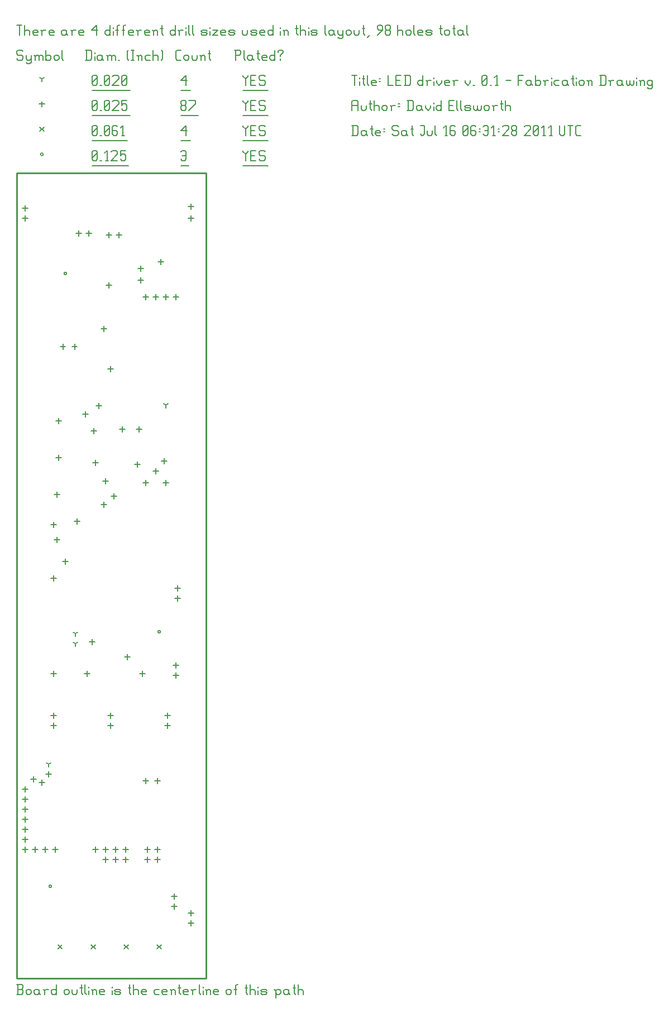
<source format=gbr>
G04 start of page 10 for group -3984 idx -3984 *
G04 Title: LED driver v. 0.1, fab *
G04 Creator: pcb 1.99x *
G04 CreationDate: Sat Jul 16 06:31:28 2011 UTC *
G04 For: davidellsworth *
G04 Format: Gerber/RS-274X *
G04 PCB-Dimensions: 113000 481000 *
G04 PCB-Coordinate-Origin: lower left *
%MOIN*%
%FSLAX24Y24*%
%LNFAB*%
%ADD16C,0.0100*%
%ADD47C,0.0080*%
%ADD48C,0.0060*%
G54D47*X1920Y5500D02*G75*G03X2080Y5500I80J0D01*G01*
G75*G03X1920Y5500I-80J0D01*G01*
X2820Y42100D02*G75*G03X2980Y42100I80J0D01*G01*
G75*G03X2820Y42100I-80J0D01*G01*
X8420Y20700D02*G75*G03X8580Y20700I80J0D01*G01*
G75*G03X8420Y20700I-80J0D01*G01*
X1420Y49225D02*G75*G03X1580Y49225I80J0D01*G01*
G75*G03X1420Y49225I-80J0D01*G01*
G54D48*X13500Y49450D02*Y49375D01*
X13650Y49225D01*
X13800Y49375D01*
Y49450D02*Y49375D01*
X13650Y49225D02*Y48850D01*
X13980Y49150D02*X14205D01*
X13980Y48850D02*X14280D01*
X13980Y49450D02*Y48850D01*
Y49450D02*X14280D01*
X14760D02*X14835Y49375D01*
X14535Y49450D02*X14760D01*
X14460Y49375D02*X14535Y49450D01*
X14460Y49375D02*Y49225D01*
X14535Y49150D01*
X14760D01*
X14835Y49075D01*
Y48925D01*
X14760Y48850D02*X14835Y48925D01*
X14535Y48850D02*X14760D01*
X14460Y48925D02*X14535Y48850D01*
X13500Y48524D02*X15015D01*
X9800Y49375D02*X9875Y49450D01*
X10025D01*
X10100Y49375D01*
Y48925D01*
X10025Y48850D02*X10100Y48925D01*
X9875Y48850D02*X10025D01*
X9800Y48925D02*X9875Y48850D01*
Y49150D02*X10100D01*
X9800Y48524D02*X10280D01*
X4500Y48925D02*X4575Y48850D01*
X4500Y49375D02*Y48925D01*
Y49375D02*X4575Y49450D01*
X4725D01*
X4800Y49375D01*
Y48925D01*
X4725Y48850D02*X4800Y48925D01*
X4575Y48850D02*X4725D01*
X4500Y49000D02*X4800Y49300D01*
X4980Y48850D02*X5055D01*
X5310D02*X5460D01*
X5385Y49450D02*Y48850D01*
X5235Y49300D02*X5385Y49450D01*
X5640Y49375D02*X5715Y49450D01*
X5940D01*
X6015Y49375D01*
Y49225D01*
X5640Y48850D02*X6015Y49225D01*
X5640Y48850D02*X6015D01*
X6195Y49450D02*X6495D01*
X6195D02*Y49150D01*
X6270Y49225D01*
X6420D01*
X6495Y49150D01*
Y48925D01*
X6420Y48850D02*X6495Y48925D01*
X6270Y48850D02*X6420D01*
X6195Y48925D02*X6270Y48850D01*
X4500Y48524D02*X6675D01*
X8380Y2020D02*X8620Y1780D01*
X8380D02*X8620Y2020D01*
X6411D02*X6651Y1780D01*
X6411D02*X6651Y2020D01*
X4443D02*X4683Y1780D01*
X4443D02*X4683Y2020D01*
X2474D02*X2714Y1780D01*
X2474D02*X2714Y2020D01*
X1380Y50845D02*X1620Y50605D01*
X1380D02*X1620Y50845D01*
X13500Y50950D02*Y50875D01*
X13650Y50725D01*
X13800Y50875D01*
Y50950D02*Y50875D01*
X13650Y50725D02*Y50350D01*
X13980Y50650D02*X14205D01*
X13980Y50350D02*X14280D01*
X13980Y50950D02*Y50350D01*
Y50950D02*X14280D01*
X14760D02*X14835Y50875D01*
X14535Y50950D02*X14760D01*
X14460Y50875D02*X14535Y50950D01*
X14460Y50875D02*Y50725D01*
X14535Y50650D01*
X14760D01*
X14835Y50575D01*
Y50425D01*
X14760Y50350D02*X14835Y50425D01*
X14535Y50350D02*X14760D01*
X14460Y50425D02*X14535Y50350D01*
X13500Y50024D02*X15015D01*
X9800Y50650D02*X10100Y50950D01*
X9800Y50650D02*X10175D01*
X10100Y50950D02*Y50350D01*
X9800Y50024D02*X10355D01*
X4500Y50425D02*X4575Y50350D01*
X4500Y50875D02*Y50425D01*
Y50875D02*X4575Y50950D01*
X4725D01*
X4800Y50875D01*
Y50425D01*
X4725Y50350D02*X4800Y50425D01*
X4575Y50350D02*X4725D01*
X4500Y50500D02*X4800Y50800D01*
X4980Y50350D02*X5055D01*
X5235Y50425D02*X5310Y50350D01*
X5235Y50875D02*Y50425D01*
Y50875D02*X5310Y50950D01*
X5460D01*
X5535Y50875D01*
Y50425D01*
X5460Y50350D02*X5535Y50425D01*
X5310Y50350D02*X5460D01*
X5235Y50500D02*X5535Y50800D01*
X5940Y50950D02*X6015Y50875D01*
X5790Y50950D02*X5940D01*
X5715Y50875D02*X5790Y50950D01*
X5715Y50875D02*Y50425D01*
X5790Y50350D01*
X5940Y50650D02*X6015Y50575D01*
X5715Y50650D02*X5940D01*
X5790Y50350D02*X5940D01*
X6015Y50425D01*
Y50575D02*Y50425D01*
X6270Y50350D02*X6420D01*
X6345Y50950D02*Y50350D01*
X6195Y50800D02*X6345Y50950D01*
X4500Y50024D02*X6600D01*
X6600Y19360D02*Y19040D01*
X6440Y19200D02*X6760D01*
X9400Y5060D02*Y4740D01*
X9240Y4900D02*X9560D01*
X9000Y15260D02*Y14940D01*
X8840Y15100D02*X9160D01*
X9600Y22860D02*Y22540D01*
X9440Y22700D02*X9760D01*
X9600Y23460D02*Y23140D01*
X9440Y23300D02*X9760D01*
X1500Y11860D02*Y11540D01*
X1340Y11700D02*X1660D01*
X1900Y12360D02*Y12040D01*
X1740Y12200D02*X2060D01*
X500Y11460D02*Y11140D01*
X340Y11300D02*X660D01*
X500Y10860D02*Y10540D01*
X340Y10700D02*X660D01*
X10400Y45560D02*Y45240D01*
X10240Y45400D02*X10560D01*
X10400Y46260D02*Y45940D01*
X10240Y46100D02*X10560D01*
X5500Y44560D02*Y44240D01*
X5340Y44400D02*X5660D01*
X5600Y15860D02*Y15540D01*
X5440Y15700D02*X5760D01*
X5600Y15260D02*Y14940D01*
X5440Y15100D02*X5760D01*
X9400Y4460D02*Y4140D01*
X9240Y4300D02*X9560D01*
X4200Y18360D02*Y18040D01*
X4040Y18200D02*X4360D01*
X2200Y15860D02*Y15540D01*
X2040Y15700D02*X2360D01*
X2200Y15260D02*Y14940D01*
X2040Y15100D02*X2360D01*
X7500Y18360D02*Y18040D01*
X7340Y18200D02*X7660D01*
X2200Y18360D02*Y18040D01*
X2040Y18200D02*X2360D01*
X9000Y15860D02*Y15540D01*
X8840Y15700D02*X9160D01*
X4500Y20260D02*Y19940D01*
X4340Y20100D02*X4660D01*
X2200Y24060D02*Y23740D01*
X2040Y23900D02*X2360D01*
X2400Y29060D02*Y28740D01*
X2240Y28900D02*X2560D01*
X8300Y30460D02*Y30140D01*
X8140Y30300D02*X8460D01*
X2200Y27260D02*Y26940D01*
X2040Y27100D02*X2360D01*
X2400Y26360D02*Y26040D01*
X2240Y26200D02*X2560D01*
X2900Y25060D02*Y24740D01*
X2740Y24900D02*X3060D01*
X7200Y30860D02*Y30540D01*
X7040Y30700D02*X7360D01*
X3600Y27460D02*Y27140D01*
X3440Y27300D02*X3760D01*
X7700Y29760D02*Y29440D01*
X7540Y29600D02*X7860D01*
X8900Y29760D02*Y29440D01*
X8740Y29600D02*X9060D01*
X4700Y30960D02*Y30640D01*
X4540Y30800D02*X4860D01*
X5800Y28960D02*Y28640D01*
X5640Y28800D02*X5960D01*
X5300Y29860D02*Y29540D01*
X5140Y29700D02*X5460D01*
X5200Y28460D02*Y28140D01*
X5040Y28300D02*X5360D01*
X2500Y31260D02*Y30940D01*
X2340Y31100D02*X2660D01*
X2500Y33460D02*Y33140D01*
X2340Y33300D02*X2660D01*
X4600Y32860D02*Y32540D01*
X4440Y32700D02*X4760D01*
X4300Y44660D02*Y44340D01*
X4140Y44500D02*X4460D01*
X500Y45560D02*Y45240D01*
X340Y45400D02*X660D01*
X8600Y42960D02*Y42640D01*
X8440Y42800D02*X8760D01*
X6100Y44560D02*Y44240D01*
X5940Y44400D02*X6260D01*
X4900Y34360D02*Y34040D01*
X4740Y34200D02*X5060D01*
X500Y46160D02*Y45840D01*
X340Y46000D02*X660D01*
X3700Y44660D02*Y44340D01*
X3540Y44500D02*X3860D01*
X8900Y40860D02*Y40540D01*
X8740Y40700D02*X9060D01*
X6300Y32960D02*Y32640D01*
X6140Y32800D02*X6460D01*
X7300Y32960D02*Y32640D01*
X7140Y32800D02*X7460D01*
X8800Y31060D02*Y30740D01*
X8640Y30900D02*X8960D01*
X4100Y33860D02*Y33540D01*
X3940Y33700D02*X4260D01*
X9500Y18860D02*Y18540D01*
X9340Y18700D02*X9660D01*
X2750Y37910D02*Y37590D01*
X2590Y37750D02*X2910D01*
X8300Y40860D02*Y40540D01*
X8140Y40700D02*X8460D01*
X7400Y42560D02*Y42240D01*
X7240Y42400D02*X7560D01*
X7400Y41860D02*Y41540D01*
X7240Y41700D02*X7560D01*
X5200Y38960D02*Y38640D01*
X5040Y38800D02*X5360D01*
X5600Y36560D02*Y36240D01*
X5440Y36400D02*X5760D01*
X5500Y41560D02*Y41240D01*
X5340Y41400D02*X5660D01*
X3450Y37910D02*Y37590D01*
X3290Y37750D02*X3610D01*
X500Y10260D02*Y9940D01*
X340Y10100D02*X660D01*
X500Y9660D02*Y9340D01*
X340Y9500D02*X660D01*
X500Y9060D02*Y8740D01*
X340Y8900D02*X660D01*
X500Y8460D02*Y8140D01*
X340Y8300D02*X660D01*
X2300Y7860D02*Y7540D01*
X2140Y7700D02*X2460D01*
X1700Y7860D02*Y7540D01*
X1540Y7700D02*X1860D01*
X1100Y7860D02*Y7540D01*
X940Y7700D02*X1260D01*
X500Y7860D02*Y7540D01*
X340Y7700D02*X660D01*
X4700Y7860D02*Y7540D01*
X4540Y7700D02*X4860D01*
X5300Y7860D02*Y7540D01*
X5140Y7700D02*X5460D01*
X5900Y7860D02*Y7540D01*
X5740Y7700D02*X6060D01*
X6500Y7860D02*Y7540D01*
X6340Y7700D02*X6660D01*
X5300Y7260D02*Y6940D01*
X5140Y7100D02*X5460D01*
X5900Y7260D02*Y6940D01*
X5740Y7100D02*X6060D01*
X6500Y7260D02*Y6940D01*
X6340Y7100D02*X6660D01*
X7800Y7860D02*Y7540D01*
X7640Y7700D02*X7960D01*
X8400Y7860D02*Y7540D01*
X8240Y7700D02*X8560D01*
X7800Y7260D02*Y6940D01*
X7640Y7100D02*X7960D01*
X8400Y7260D02*Y6940D01*
X8240Y7100D02*X8560D01*
X7700Y11960D02*Y11640D01*
X7540Y11800D02*X7860D01*
X8400Y11960D02*Y11640D01*
X8240Y11800D02*X8560D01*
X7700Y40860D02*Y40540D01*
X7540Y40700D02*X7860D01*
X9500Y40860D02*Y40540D01*
X9340Y40700D02*X9660D01*
X10400Y4060D02*Y3740D01*
X10240Y3900D02*X10560D01*
X10400Y3460D02*Y3140D01*
X10240Y3300D02*X10560D01*
X1000Y12060D02*Y11740D01*
X840Y11900D02*X1160D01*
X9500Y18260D02*Y17940D01*
X9340Y18100D02*X9660D01*
X1500Y52385D02*Y52065D01*
X1340Y52225D02*X1660D01*
X13500Y52450D02*Y52375D01*
X13650Y52225D01*
X13800Y52375D01*
Y52450D02*Y52375D01*
X13650Y52225D02*Y51850D01*
X13980Y52150D02*X14205D01*
X13980Y51850D02*X14280D01*
X13980Y52450D02*Y51850D01*
Y52450D02*X14280D01*
X14760D02*X14835Y52375D01*
X14535Y52450D02*X14760D01*
X14460Y52375D02*X14535Y52450D01*
X14460Y52375D02*Y52225D01*
X14535Y52150D01*
X14760D01*
X14835Y52075D01*
Y51925D01*
X14760Y51850D02*X14835Y51925D01*
X14535Y51850D02*X14760D01*
X14460Y51925D02*X14535Y51850D01*
X13500Y51524D02*X15015D01*
X9800Y51925D02*X9875Y51850D01*
X9800Y52075D02*Y51925D01*
Y52075D02*X9875Y52150D01*
X10025D01*
X10100Y52075D01*
Y51925D01*
X10025Y51850D02*X10100Y51925D01*
X9875Y51850D02*X10025D01*
X9800Y52225D02*X9875Y52150D01*
X9800Y52375D02*Y52225D01*
Y52375D02*X9875Y52450D01*
X10025D01*
X10100Y52375D01*
Y52225D01*
X10025Y52150D02*X10100Y52225D01*
X10280Y51850D02*X10655Y52225D01*
Y52450D02*Y52225D01*
X10280Y52450D02*X10655D01*
X9800Y51524D02*X10835D01*
X4500Y51925D02*X4575Y51850D01*
X4500Y52375D02*Y51925D01*
Y52375D02*X4575Y52450D01*
X4725D01*
X4800Y52375D01*
Y51925D01*
X4725Y51850D02*X4800Y51925D01*
X4575Y51850D02*X4725D01*
X4500Y52000D02*X4800Y52300D01*
X4980Y51850D02*X5055D01*
X5235Y51925D02*X5310Y51850D01*
X5235Y52375D02*Y51925D01*
Y52375D02*X5310Y52450D01*
X5460D01*
X5535Y52375D01*
Y51925D01*
X5460Y51850D02*X5535Y51925D01*
X5310Y51850D02*X5460D01*
X5235Y52000D02*X5535Y52300D01*
X5715Y52375D02*X5790Y52450D01*
X6015D01*
X6090Y52375D01*
Y52225D01*
X5715Y51850D02*X6090Y52225D01*
X5715Y51850D02*X6090D01*
X6270Y52450D02*X6570D01*
X6270D02*Y52150D01*
X6345Y52225D01*
X6495D01*
X6570Y52150D01*
Y51925D01*
X6495Y51850D02*X6570Y51925D01*
X6345Y51850D02*X6495D01*
X6270Y51925D02*X6345Y51850D01*
X4500Y51524D02*X6750D01*
X1900Y12800D02*Y12640D01*
Y12800D02*X2038Y12880D01*
X1900Y12800D02*X1761Y12880D01*
X8900Y34250D02*Y34090D01*
Y34250D02*X9038Y34330D01*
X8900Y34250D02*X8761Y34330D01*
X3500Y20600D02*Y20440D01*
Y20600D02*X3638Y20680D01*
X3500Y20600D02*X3361Y20680D01*
X3500Y20000D02*Y19840D01*
Y20000D02*X3638Y20080D01*
X3500Y20000D02*X3361Y20080D01*
X1500Y53725D02*Y53565D01*
Y53725D02*X1638Y53805D01*
X1500Y53725D02*X1361Y53805D01*
X13500Y53950D02*Y53875D01*
X13650Y53725D01*
X13800Y53875D01*
Y53950D02*Y53875D01*
X13650Y53725D02*Y53350D01*
X13980Y53650D02*X14205D01*
X13980Y53350D02*X14280D01*
X13980Y53950D02*Y53350D01*
Y53950D02*X14280D01*
X14760D02*X14835Y53875D01*
X14535Y53950D02*X14760D01*
X14460Y53875D02*X14535Y53950D01*
X14460Y53875D02*Y53725D01*
X14535Y53650D01*
X14760D01*
X14835Y53575D01*
Y53425D01*
X14760Y53350D02*X14835Y53425D01*
X14535Y53350D02*X14760D01*
X14460Y53425D02*X14535Y53350D01*
X13500Y53024D02*X15015D01*
X9800Y53650D02*X10100Y53950D01*
X9800Y53650D02*X10175D01*
X10100Y53950D02*Y53350D01*
X9800Y53024D02*X10355D01*
X4500Y53425D02*X4575Y53350D01*
X4500Y53875D02*Y53425D01*
Y53875D02*X4575Y53950D01*
X4725D01*
X4800Y53875D01*
Y53425D01*
X4725Y53350D02*X4800Y53425D01*
X4575Y53350D02*X4725D01*
X4500Y53500D02*X4800Y53800D01*
X4980Y53350D02*X5055D01*
X5235Y53425D02*X5310Y53350D01*
X5235Y53875D02*Y53425D01*
Y53875D02*X5310Y53950D01*
X5460D01*
X5535Y53875D01*
Y53425D01*
X5460Y53350D02*X5535Y53425D01*
X5310Y53350D02*X5460D01*
X5235Y53500D02*X5535Y53800D01*
X5715Y53875D02*X5790Y53950D01*
X6015D01*
X6090Y53875D01*
Y53725D01*
X5715Y53350D02*X6090Y53725D01*
X5715Y53350D02*X6090D01*
X6270Y53425D02*X6345Y53350D01*
X6270Y53875D02*Y53425D01*
Y53875D02*X6345Y53950D01*
X6495D01*
X6570Y53875D01*
Y53425D01*
X6495Y53350D02*X6570Y53425D01*
X6345Y53350D02*X6495D01*
X6270Y53500D02*X6570Y53800D01*
X4500Y53024D02*X6750D01*
X300Y55450D02*X375Y55375D01*
X75Y55450D02*X300D01*
X0Y55375D02*X75Y55450D01*
X0Y55375D02*Y55225D01*
X75Y55150D01*
X300D01*
X375Y55075D01*
Y54925D01*
X300Y54850D02*X375Y54925D01*
X75Y54850D02*X300D01*
X0Y54925D02*X75Y54850D01*
X555Y55150D02*Y54925D01*
X630Y54850D01*
X855Y55150D02*Y54700D01*
X780Y54625D02*X855Y54700D01*
X630Y54625D02*X780D01*
X555Y54700D02*X630Y54625D01*
Y54850D02*X780D01*
X855Y54925D01*
X1110Y55075D02*Y54850D01*
Y55075D02*X1185Y55150D01*
X1260D01*
X1335Y55075D01*
Y54850D01*
Y55075D02*X1410Y55150D01*
X1485D01*
X1560Y55075D01*
Y54850D01*
X1035Y55150D02*X1110Y55075D01*
X1740Y55450D02*Y54850D01*
Y54925D02*X1815Y54850D01*
X1965D01*
X2040Y54925D01*
Y55075D02*Y54925D01*
X1965Y55150D02*X2040Y55075D01*
X1815Y55150D02*X1965D01*
X1740Y55075D02*X1815Y55150D01*
X2220Y55075D02*Y54925D01*
Y55075D02*X2295Y55150D01*
X2445D01*
X2520Y55075D01*
Y54925D01*
X2445Y54850D02*X2520Y54925D01*
X2295Y54850D02*X2445D01*
X2220Y54925D02*X2295Y54850D01*
X2700Y55450D02*Y54925D01*
X2775Y54850D01*
X4175Y55450D02*Y54850D01*
X4400Y55450D02*X4475Y55375D01*
Y54925D01*
X4400Y54850D02*X4475Y54925D01*
X4100Y54850D02*X4400D01*
X4100Y55450D02*X4400D01*
X4655Y55300D02*Y55225D01*
Y55075D02*Y54850D01*
X5030Y55150D02*X5105Y55075D01*
X4880Y55150D02*X5030D01*
X4805Y55075D02*X4880Y55150D01*
X4805Y55075D02*Y54925D01*
X4880Y54850D01*
X5105Y55150D02*Y54925D01*
X5180Y54850D01*
X4880D02*X5030D01*
X5105Y54925D01*
X5435Y55075D02*Y54850D01*
Y55075D02*X5510Y55150D01*
X5585D01*
X5660Y55075D01*
Y54850D01*
Y55075D02*X5735Y55150D01*
X5810D01*
X5885Y55075D01*
Y54850D01*
X5360Y55150D02*X5435Y55075D01*
X6065Y54850D02*X6140D01*
X6590Y54925D02*X6665Y54850D01*
X6590Y55375D02*X6665Y55450D01*
X6590Y55375D02*Y54925D01*
X6845Y55450D02*X6995D01*
X6920D02*Y54850D01*
X6845D02*X6995D01*
X7251Y55075D02*Y54850D01*
Y55075D02*X7326Y55150D01*
X7401D01*
X7476Y55075D01*
Y54850D01*
X7176Y55150D02*X7251Y55075D01*
X7731Y55150D02*X7956D01*
X7656Y55075D02*X7731Y55150D01*
X7656Y55075D02*Y54925D01*
X7731Y54850D01*
X7956D01*
X8136Y55450D02*Y54850D01*
Y55075D02*X8211Y55150D01*
X8361D01*
X8436Y55075D01*
Y54850D01*
X8616Y55450D02*X8691Y55375D01*
Y54925D01*
X8616Y54850D02*X8691Y54925D01*
X9575Y54850D02*X9800D01*
X9500Y54925D02*X9575Y54850D01*
X9500Y55375D02*Y54925D01*
Y55375D02*X9575Y55450D01*
X9800D01*
X9980Y55075D02*Y54925D01*
Y55075D02*X10055Y55150D01*
X10205D01*
X10280Y55075D01*
Y54925D01*
X10205Y54850D02*X10280Y54925D01*
X10055Y54850D02*X10205D01*
X9980Y54925D02*X10055Y54850D01*
X10460Y55150D02*Y54925D01*
X10535Y54850D01*
X10685D01*
X10760Y54925D01*
Y55150D02*Y54925D01*
X11015Y55075D02*Y54850D01*
Y55075D02*X11090Y55150D01*
X11165D01*
X11240Y55075D01*
Y54850D01*
X10940Y55150D02*X11015Y55075D01*
X11495Y55450D02*Y54925D01*
X11570Y54850D01*
X11420Y55225D02*X11570D01*
X13075Y55450D02*Y54850D01*
X13000Y55450D02*X13300D01*
X13375Y55375D01*
Y55225D01*
X13300Y55150D02*X13375Y55225D01*
X13075Y55150D02*X13300D01*
X13555Y55450D02*Y54925D01*
X13630Y54850D01*
X14005Y55150D02*X14080Y55075D01*
X13855Y55150D02*X14005D01*
X13780Y55075D02*X13855Y55150D01*
X13780Y55075D02*Y54925D01*
X13855Y54850D01*
X14080Y55150D02*Y54925D01*
X14155Y54850D01*
X13855D02*X14005D01*
X14080Y54925D01*
X14410Y55450D02*Y54925D01*
X14485Y54850D01*
X14335Y55225D02*X14485D01*
X14710Y54850D02*X14935D01*
X14635Y54925D02*X14710Y54850D01*
X14635Y55075D02*Y54925D01*
Y55075D02*X14710Y55150D01*
X14860D01*
X14935Y55075D01*
X14635Y55000D02*X14935D01*
Y55075D02*Y55000D01*
X15415Y55450D02*Y54850D01*
X15340D02*X15415Y54925D01*
X15190Y54850D02*X15340D01*
X15115Y54925D02*X15190Y54850D01*
X15115Y55075D02*Y54925D01*
Y55075D02*X15190Y55150D01*
X15340D01*
X15415Y55075D01*
X15745Y55150D02*Y55075D01*
Y54925D02*Y54850D01*
X15595Y55375D02*Y55300D01*
Y55375D02*X15670Y55450D01*
X15820D01*
X15895Y55375D01*
Y55300D01*
X15745Y55150D02*X15895Y55300D01*
X0Y56950D02*X300D01*
X150D02*Y56350D01*
X480Y56950D02*Y56350D01*
Y56575D02*X555Y56650D01*
X705D01*
X780Y56575D01*
Y56350D01*
X1035D02*X1260D01*
X960Y56425D02*X1035Y56350D01*
X960Y56575D02*Y56425D01*
Y56575D02*X1035Y56650D01*
X1185D01*
X1260Y56575D01*
X960Y56500D02*X1260D01*
Y56575D02*Y56500D01*
X1515Y56575D02*Y56350D01*
Y56575D02*X1590Y56650D01*
X1740D01*
X1440D02*X1515Y56575D01*
X1995Y56350D02*X2220D01*
X1920Y56425D02*X1995Y56350D01*
X1920Y56575D02*Y56425D01*
Y56575D02*X1995Y56650D01*
X2145D01*
X2220Y56575D01*
X1920Y56500D02*X2220D01*
Y56575D02*Y56500D01*
X2895Y56650D02*X2970Y56575D01*
X2745Y56650D02*X2895D01*
X2670Y56575D02*X2745Y56650D01*
X2670Y56575D02*Y56425D01*
X2745Y56350D01*
X2970Y56650D02*Y56425D01*
X3045Y56350D01*
X2745D02*X2895D01*
X2970Y56425D01*
X3300Y56575D02*Y56350D01*
Y56575D02*X3375Y56650D01*
X3525D01*
X3225D02*X3300Y56575D01*
X3781Y56350D02*X4006D01*
X3706Y56425D02*X3781Y56350D01*
X3706Y56575D02*Y56425D01*
Y56575D02*X3781Y56650D01*
X3931D01*
X4006Y56575D01*
X3706Y56500D02*X4006D01*
Y56575D02*Y56500D01*
X4456Y56650D02*X4756Y56950D01*
X4456Y56650D02*X4831D01*
X4756Y56950D02*Y56350D01*
X5581Y56950D02*Y56350D01*
X5506D02*X5581Y56425D01*
X5356Y56350D02*X5506D01*
X5281Y56425D02*X5356Y56350D01*
X5281Y56575D02*Y56425D01*
Y56575D02*X5356Y56650D01*
X5506D01*
X5581Y56575D01*
X5761Y56800D02*Y56725D01*
Y56575D02*Y56350D01*
X5986Y56875D02*Y56350D01*
Y56875D02*X6061Y56950D01*
X6136D01*
X5911Y56650D02*X6061D01*
X6361Y56875D02*Y56350D01*
Y56875D02*X6436Y56950D01*
X6511D01*
X6286Y56650D02*X6436D01*
X6736Y56350D02*X6961D01*
X6661Y56425D02*X6736Y56350D01*
X6661Y56575D02*Y56425D01*
Y56575D02*X6736Y56650D01*
X6886D01*
X6961Y56575D01*
X6661Y56500D02*X6961D01*
Y56575D02*Y56500D01*
X7217Y56575D02*Y56350D01*
Y56575D02*X7292Y56650D01*
X7442D01*
X7142D02*X7217Y56575D01*
X7697Y56350D02*X7922D01*
X7622Y56425D02*X7697Y56350D01*
X7622Y56575D02*Y56425D01*
Y56575D02*X7697Y56650D01*
X7847D01*
X7922Y56575D01*
X7622Y56500D02*X7922D01*
Y56575D02*Y56500D01*
X8177Y56575D02*Y56350D01*
Y56575D02*X8252Y56650D01*
X8327D01*
X8402Y56575D01*
Y56350D01*
X8102Y56650D02*X8177Y56575D01*
X8657Y56950D02*Y56425D01*
X8732Y56350D01*
X8582Y56725D02*X8732D01*
X9452Y56950D02*Y56350D01*
X9377D02*X9452Y56425D01*
X9227Y56350D02*X9377D01*
X9152Y56425D02*X9227Y56350D01*
X9152Y56575D02*Y56425D01*
Y56575D02*X9227Y56650D01*
X9377D01*
X9452Y56575D01*
X9707D02*Y56350D01*
Y56575D02*X9782Y56650D01*
X9932D01*
X9632D02*X9707Y56575D01*
X10113Y56800D02*Y56725D01*
Y56575D02*Y56350D01*
X10263Y56950D02*Y56425D01*
X10338Y56350D01*
X10488Y56950D02*Y56425D01*
X10563Y56350D01*
X11058D02*X11283D01*
X11358Y56425D01*
X11283Y56500D02*X11358Y56425D01*
X11058Y56500D02*X11283D01*
X10983Y56575D02*X11058Y56500D01*
X10983Y56575D02*X11058Y56650D01*
X11283D01*
X11358Y56575D01*
X10983Y56425D02*X11058Y56350D01*
X11538Y56800D02*Y56725D01*
Y56575D02*Y56350D01*
X11688Y56650D02*X11988D01*
X11688Y56350D02*X11988Y56650D01*
X11688Y56350D02*X11988D01*
X12243D02*X12468D01*
X12168Y56425D02*X12243Y56350D01*
X12168Y56575D02*Y56425D01*
Y56575D02*X12243Y56650D01*
X12393D01*
X12468Y56575D01*
X12168Y56500D02*X12468D01*
Y56575D02*Y56500D01*
X12724Y56350D02*X12949D01*
X13024Y56425D01*
X12949Y56500D02*X13024Y56425D01*
X12724Y56500D02*X12949D01*
X12649Y56575D02*X12724Y56500D01*
X12649Y56575D02*X12724Y56650D01*
X12949D01*
X13024Y56575D01*
X12649Y56425D02*X12724Y56350D01*
X13474Y56650D02*Y56425D01*
X13549Y56350D01*
X13699D01*
X13774Y56425D01*
Y56650D02*Y56425D01*
X14029Y56350D02*X14254D01*
X14329Y56425D01*
X14254Y56500D02*X14329Y56425D01*
X14029Y56500D02*X14254D01*
X13954Y56575D02*X14029Y56500D01*
X13954Y56575D02*X14029Y56650D01*
X14254D01*
X14329Y56575D01*
X13954Y56425D02*X14029Y56350D01*
X14584D02*X14809D01*
X14509Y56425D02*X14584Y56350D01*
X14509Y56575D02*Y56425D01*
Y56575D02*X14584Y56650D01*
X14734D01*
X14809Y56575D01*
X14509Y56500D02*X14809D01*
Y56575D02*Y56500D01*
X15289Y56950D02*Y56350D01*
X15214D02*X15289Y56425D01*
X15064Y56350D02*X15214D01*
X14989Y56425D02*X15064Y56350D01*
X14989Y56575D02*Y56425D01*
Y56575D02*X15064Y56650D01*
X15214D01*
X15289Y56575D01*
X15739Y56800D02*Y56725D01*
Y56575D02*Y56350D01*
X15964Y56575D02*Y56350D01*
Y56575D02*X16039Y56650D01*
X16114D01*
X16189Y56575D01*
Y56350D01*
X15889Y56650D02*X15964Y56575D01*
X16715Y56950D02*Y56425D01*
X16790Y56350D01*
X16640Y56725D02*X16790D01*
X16940Y56950D02*Y56350D01*
Y56575D02*X17015Y56650D01*
X17165D01*
X17240Y56575D01*
Y56350D01*
X17420Y56800D02*Y56725D01*
Y56575D02*Y56350D01*
X17645D02*X17870D01*
X17945Y56425D01*
X17870Y56500D02*X17945Y56425D01*
X17645Y56500D02*X17870D01*
X17570Y56575D02*X17645Y56500D01*
X17570Y56575D02*X17645Y56650D01*
X17870D01*
X17945Y56575D01*
X17570Y56425D02*X17645Y56350D01*
X18395Y56950D02*Y56425D01*
X18470Y56350D01*
X18845Y56650D02*X18920Y56575D01*
X18695Y56650D02*X18845D01*
X18620Y56575D02*X18695Y56650D01*
X18620Y56575D02*Y56425D01*
X18695Y56350D01*
X18920Y56650D02*Y56425D01*
X18995Y56350D01*
X18695D02*X18845D01*
X18920Y56425D01*
X19176Y56650D02*Y56425D01*
X19251Y56350D01*
X19476Y56650D02*Y56200D01*
X19401Y56125D02*X19476Y56200D01*
X19251Y56125D02*X19401D01*
X19176Y56200D02*X19251Y56125D01*
Y56350D02*X19401D01*
X19476Y56425D01*
X19656Y56575D02*Y56425D01*
Y56575D02*X19731Y56650D01*
X19881D01*
X19956Y56575D01*
Y56425D01*
X19881Y56350D02*X19956Y56425D01*
X19731Y56350D02*X19881D01*
X19656Y56425D02*X19731Y56350D01*
X20136Y56650D02*Y56425D01*
X20211Y56350D01*
X20361D01*
X20436Y56425D01*
Y56650D02*Y56425D01*
X20691Y56950D02*Y56425D01*
X20766Y56350D01*
X20616Y56725D02*X20766D01*
X20916Y56200D02*X21066Y56350D01*
X21516D02*X21816Y56650D01*
Y56875D02*Y56650D01*
X21741Y56950D02*X21816Y56875D01*
X21591Y56950D02*X21741D01*
X21516Y56875D02*X21591Y56950D01*
X21516Y56875D02*Y56725D01*
X21591Y56650D01*
X21816D01*
X21996Y56425D02*X22071Y56350D01*
X21996Y56575D02*Y56425D01*
Y56575D02*X22071Y56650D01*
X22221D01*
X22296Y56575D01*
Y56425D01*
X22221Y56350D02*X22296Y56425D01*
X22071Y56350D02*X22221D01*
X21996Y56725D02*X22071Y56650D01*
X21996Y56875D02*Y56725D01*
Y56875D02*X22071Y56950D01*
X22221D01*
X22296Y56875D01*
Y56725D01*
X22221Y56650D02*X22296Y56725D01*
X22747Y56950D02*Y56350D01*
Y56575D02*X22822Y56650D01*
X22972D01*
X23047Y56575D01*
Y56350D01*
X23227Y56575D02*Y56425D01*
Y56575D02*X23302Y56650D01*
X23452D01*
X23527Y56575D01*
Y56425D01*
X23452Y56350D02*X23527Y56425D01*
X23302Y56350D02*X23452D01*
X23227Y56425D02*X23302Y56350D01*
X23707Y56950D02*Y56425D01*
X23782Y56350D01*
X24007D02*X24232D01*
X23932Y56425D02*X24007Y56350D01*
X23932Y56575D02*Y56425D01*
Y56575D02*X24007Y56650D01*
X24157D01*
X24232Y56575D01*
X23932Y56500D02*X24232D01*
Y56575D02*Y56500D01*
X24487Y56350D02*X24712D01*
X24787Y56425D01*
X24712Y56500D02*X24787Y56425D01*
X24487Y56500D02*X24712D01*
X24412Y56575D02*X24487Y56500D01*
X24412Y56575D02*X24487Y56650D01*
X24712D01*
X24787Y56575D01*
X24412Y56425D02*X24487Y56350D01*
X25312Y56950D02*Y56425D01*
X25387Y56350D01*
X25237Y56725D02*X25387D01*
X25537Y56575D02*Y56425D01*
Y56575D02*X25612Y56650D01*
X25762D01*
X25837Y56575D01*
Y56425D01*
X25762Y56350D02*X25837Y56425D01*
X25612Y56350D02*X25762D01*
X25537Y56425D02*X25612Y56350D01*
X26093Y56950D02*Y56425D01*
X26168Y56350D01*
X26018Y56725D02*X26168D01*
X26543Y56650D02*X26618Y56575D01*
X26393Y56650D02*X26543D01*
X26318Y56575D02*X26393Y56650D01*
X26318Y56575D02*Y56425D01*
X26393Y56350D01*
X26618Y56650D02*Y56425D01*
X26693Y56350D01*
X26393D02*X26543D01*
X26618Y56425D01*
X26873Y56950D02*Y56425D01*
X26948Y56350D01*
G54D16*X0Y0D02*X11300D01*
X0Y48100D02*X11300D01*
Y0D01*
X0Y48100D02*Y0D01*
G54D48*Y-950D02*X300D01*
X375Y-875D01*
Y-725D02*Y-875D01*
X300Y-650D02*X375Y-725D01*
X75Y-650D02*X300D01*
X75Y-350D02*Y-950D01*
X0Y-350D02*X300D01*
X375Y-425D01*
Y-575D01*
X300Y-650D02*X375Y-575D01*
X555Y-725D02*Y-875D01*
Y-725D02*X630Y-650D01*
X780D01*
X855Y-725D01*
Y-875D01*
X780Y-950D02*X855Y-875D01*
X630Y-950D02*X780D01*
X555Y-875D02*X630Y-950D01*
X1260Y-650D02*X1335Y-725D01*
X1110Y-650D02*X1260D01*
X1035Y-725D02*X1110Y-650D01*
X1035Y-725D02*Y-875D01*
X1110Y-950D01*
X1335Y-650D02*Y-875D01*
X1410Y-950D01*
X1110D02*X1260D01*
X1335Y-875D01*
X1665Y-725D02*Y-950D01*
Y-725D02*X1740Y-650D01*
X1890D01*
X1590D02*X1665Y-725D01*
X2370Y-350D02*Y-950D01*
X2295D02*X2370Y-875D01*
X2145Y-950D02*X2295D01*
X2070Y-875D02*X2145Y-950D01*
X2070Y-725D02*Y-875D01*
Y-725D02*X2145Y-650D01*
X2295D01*
X2370Y-725D01*
X2820D02*Y-875D01*
Y-725D02*X2895Y-650D01*
X3045D01*
X3120Y-725D01*
Y-875D01*
X3045Y-950D02*X3120Y-875D01*
X2895Y-950D02*X3045D01*
X2820Y-875D02*X2895Y-950D01*
X3300Y-650D02*Y-875D01*
X3375Y-950D01*
X3525D01*
X3600Y-875D01*
Y-650D02*Y-875D01*
X3856Y-350D02*Y-875D01*
X3931Y-950D01*
X3781Y-575D02*X3931D01*
X4081Y-350D02*Y-875D01*
X4156Y-950D01*
X4306Y-500D02*Y-575D01*
Y-725D02*Y-950D01*
X4531Y-725D02*Y-950D01*
Y-725D02*X4606Y-650D01*
X4681D01*
X4756Y-725D01*
Y-950D01*
X4456Y-650D02*X4531Y-725D01*
X5011Y-950D02*X5236D01*
X4936Y-875D02*X5011Y-950D01*
X4936Y-725D02*Y-875D01*
Y-725D02*X5011Y-650D01*
X5161D01*
X5236Y-725D01*
X4936Y-800D02*X5236D01*
Y-725D02*Y-800D01*
X5686Y-500D02*Y-575D01*
Y-725D02*Y-950D01*
X5911D02*X6136D01*
X6211Y-875D01*
X6136Y-800D02*X6211Y-875D01*
X5911Y-800D02*X6136D01*
X5836Y-725D02*X5911Y-800D01*
X5836Y-725D02*X5911Y-650D01*
X6136D01*
X6211Y-725D01*
X5836Y-875D02*X5911Y-950D01*
X6737Y-350D02*Y-875D01*
X6812Y-950D01*
X6662Y-575D02*X6812D01*
X6962Y-350D02*Y-950D01*
Y-725D02*X7037Y-650D01*
X7187D01*
X7262Y-725D01*
Y-950D01*
X7517D02*X7742D01*
X7442Y-875D02*X7517Y-950D01*
X7442Y-725D02*Y-875D01*
Y-725D02*X7517Y-650D01*
X7667D01*
X7742Y-725D01*
X7442Y-800D02*X7742D01*
Y-725D02*Y-800D01*
X8267Y-650D02*X8492D01*
X8192Y-725D02*X8267Y-650D01*
X8192Y-725D02*Y-875D01*
X8267Y-950D01*
X8492D01*
X8747D02*X8972D01*
X8672Y-875D02*X8747Y-950D01*
X8672Y-725D02*Y-875D01*
Y-725D02*X8747Y-650D01*
X8897D01*
X8972Y-725D01*
X8672Y-800D02*X8972D01*
Y-725D02*Y-800D01*
X9227Y-725D02*Y-950D01*
Y-725D02*X9302Y-650D01*
X9377D01*
X9452Y-725D01*
Y-950D01*
X9152Y-650D02*X9227Y-725D01*
X9708Y-350D02*Y-875D01*
X9783Y-950D01*
X9633Y-575D02*X9783D01*
X10008Y-950D02*X10233D01*
X9933Y-875D02*X10008Y-950D01*
X9933Y-725D02*Y-875D01*
Y-725D02*X10008Y-650D01*
X10158D01*
X10233Y-725D01*
X9933Y-800D02*X10233D01*
Y-725D02*Y-800D01*
X10488Y-725D02*Y-950D01*
Y-725D02*X10563Y-650D01*
X10713D01*
X10413D02*X10488Y-725D01*
X10893Y-350D02*Y-875D01*
X10968Y-950D01*
X11118Y-500D02*Y-575D01*
Y-725D02*Y-950D01*
X11343Y-725D02*Y-950D01*
Y-725D02*X11418Y-650D01*
X11493D01*
X11568Y-725D01*
Y-950D01*
X11268Y-650D02*X11343Y-725D01*
X11823Y-950D02*X12048D01*
X11748Y-875D02*X11823Y-950D01*
X11748Y-725D02*Y-875D01*
Y-725D02*X11823Y-650D01*
X11973D01*
X12048Y-725D01*
X11748Y-800D02*X12048D01*
Y-725D02*Y-800D01*
X12499Y-725D02*Y-875D01*
Y-725D02*X12574Y-650D01*
X12724D01*
X12799Y-725D01*
Y-875D01*
X12724Y-950D02*X12799Y-875D01*
X12574Y-950D02*X12724D01*
X12499Y-875D02*X12574Y-950D01*
X13054Y-425D02*Y-950D01*
Y-425D02*X13129Y-350D01*
X13204D01*
X12979Y-650D02*X13129D01*
X13699Y-350D02*Y-875D01*
X13774Y-950D01*
X13624Y-575D02*X13774D01*
X13924Y-350D02*Y-950D01*
Y-725D02*X13999Y-650D01*
X14149D01*
X14224Y-725D01*
Y-950D01*
X14404Y-500D02*Y-575D01*
Y-725D02*Y-950D01*
X14629D02*X14854D01*
X14929Y-875D01*
X14854Y-800D02*X14929Y-875D01*
X14629Y-800D02*X14854D01*
X14554Y-725D02*X14629Y-800D01*
X14554Y-725D02*X14629Y-650D01*
X14854D01*
X14929Y-725D01*
X14554Y-875D02*X14629Y-950D01*
X15454Y-725D02*Y-1175D01*
X15379Y-650D02*X15454Y-725D01*
X15529Y-650D01*
X15679D01*
X15754Y-725D01*
Y-875D01*
X15679Y-950D02*X15754Y-875D01*
X15529Y-950D02*X15679D01*
X15454Y-875D02*X15529Y-950D01*
X16160Y-650D02*X16235Y-725D01*
X16010Y-650D02*X16160D01*
X15935Y-725D02*X16010Y-650D01*
X15935Y-725D02*Y-875D01*
X16010Y-950D01*
X16235Y-650D02*Y-875D01*
X16310Y-950D01*
X16010D02*X16160D01*
X16235Y-875D01*
X16565Y-350D02*Y-875D01*
X16640Y-950D01*
X16490Y-575D02*X16640D01*
X16790Y-350D02*Y-950D01*
Y-725D02*X16865Y-650D01*
X17015D01*
X17090Y-725D01*
Y-950D01*
X20075Y50950D02*Y50350D01*
X20300Y50950D02*X20375Y50875D01*
Y50425D01*
X20300Y50350D02*X20375Y50425D01*
X20000Y50350D02*X20300D01*
X20000Y50950D02*X20300D01*
X20780Y50650D02*X20855Y50575D01*
X20630Y50650D02*X20780D01*
X20555Y50575D02*X20630Y50650D01*
X20555Y50575D02*Y50425D01*
X20630Y50350D01*
X20855Y50650D02*Y50425D01*
X20930Y50350D01*
X20630D02*X20780D01*
X20855Y50425D01*
X21185Y50950D02*Y50425D01*
X21260Y50350D01*
X21110Y50725D02*X21260D01*
X21485Y50350D02*X21710D01*
X21410Y50425D02*X21485Y50350D01*
X21410Y50575D02*Y50425D01*
Y50575D02*X21485Y50650D01*
X21635D01*
X21710Y50575D01*
X21410Y50500D02*X21710D01*
Y50575D02*Y50500D01*
X21890Y50725D02*X21965D01*
X21890Y50575D02*X21965D01*
X22715Y50950D02*X22790Y50875D01*
X22490Y50950D02*X22715D01*
X22415Y50875D02*X22490Y50950D01*
X22415Y50875D02*Y50725D01*
X22490Y50650D01*
X22715D01*
X22790Y50575D01*
Y50425D01*
X22715Y50350D02*X22790Y50425D01*
X22490Y50350D02*X22715D01*
X22415Y50425D02*X22490Y50350D01*
X23195Y50650D02*X23270Y50575D01*
X23045Y50650D02*X23195D01*
X22970Y50575D02*X23045Y50650D01*
X22970Y50575D02*Y50425D01*
X23045Y50350D01*
X23270Y50650D02*Y50425D01*
X23345Y50350D01*
X23045D02*X23195D01*
X23270Y50425D01*
X23601Y50950D02*Y50425D01*
X23676Y50350D01*
X23526Y50725D02*X23676D01*
X24096Y50950D02*X24321D01*
Y50425D01*
X24246Y50350D02*X24321Y50425D01*
X24171Y50350D02*X24246D01*
X24096Y50425D02*X24171Y50350D01*
X24501Y50650D02*Y50425D01*
X24576Y50350D01*
X24726D01*
X24801Y50425D01*
Y50650D02*Y50425D01*
X24981Y50950D02*Y50425D01*
X25056Y50350D01*
X25551D02*X25701D01*
X25626Y50950D02*Y50350D01*
X25476Y50800D02*X25626Y50950D01*
X26106D02*X26181Y50875D01*
X25956Y50950D02*X26106D01*
X25881Y50875D02*X25956Y50950D01*
X25881Y50875D02*Y50425D01*
X25956Y50350D01*
X26106Y50650D02*X26181Y50575D01*
X25881Y50650D02*X26106D01*
X25956Y50350D02*X26106D01*
X26181Y50425D01*
Y50575D02*Y50425D01*
X26631D02*X26706Y50350D01*
X26631Y50875D02*Y50425D01*
Y50875D02*X26706Y50950D01*
X26856D01*
X26931Y50875D01*
Y50425D01*
X26856Y50350D02*X26931Y50425D01*
X26706Y50350D02*X26856D01*
X26631Y50500D02*X26931Y50800D01*
X27337Y50950D02*X27412Y50875D01*
X27187Y50950D02*X27337D01*
X27112Y50875D02*X27187Y50950D01*
X27112Y50875D02*Y50425D01*
X27187Y50350D01*
X27337Y50650D02*X27412Y50575D01*
X27112Y50650D02*X27337D01*
X27187Y50350D02*X27337D01*
X27412Y50425D01*
Y50575D02*Y50425D01*
X27592Y50725D02*X27667D01*
X27592Y50575D02*X27667D01*
X27847Y50875D02*X27922Y50950D01*
X28072D01*
X28147Y50875D01*
Y50425D01*
X28072Y50350D02*X28147Y50425D01*
X27922Y50350D02*X28072D01*
X27847Y50425D02*X27922Y50350D01*
Y50650D02*X28147D01*
X28402Y50350D02*X28552D01*
X28477Y50950D02*Y50350D01*
X28327Y50800D02*X28477Y50950D01*
X28732Y50725D02*X28807D01*
X28732Y50575D02*X28807D01*
X28987Y50875D02*X29062Y50950D01*
X29287D01*
X29362Y50875D01*
Y50725D01*
X28987Y50350D02*X29362Y50725D01*
X28987Y50350D02*X29362D01*
X29543Y50425D02*X29618Y50350D01*
X29543Y50575D02*Y50425D01*
Y50575D02*X29618Y50650D01*
X29768D01*
X29843Y50575D01*
Y50425D01*
X29768Y50350D02*X29843Y50425D01*
X29618Y50350D02*X29768D01*
X29543Y50725D02*X29618Y50650D01*
X29543Y50875D02*Y50725D01*
Y50875D02*X29618Y50950D01*
X29768D01*
X29843Y50875D01*
Y50725D01*
X29768Y50650D02*X29843Y50725D01*
X30293Y50875D02*X30368Y50950D01*
X30593D01*
X30668Y50875D01*
Y50725D01*
X30293Y50350D02*X30668Y50725D01*
X30293Y50350D02*X30668D01*
X30848Y50425D02*X30923Y50350D01*
X30848Y50875D02*Y50425D01*
Y50875D02*X30923Y50950D01*
X31073D01*
X31148Y50875D01*
Y50425D01*
X31073Y50350D02*X31148Y50425D01*
X30923Y50350D02*X31073D01*
X30848Y50500D02*X31148Y50800D01*
X31403Y50350D02*X31553D01*
X31478Y50950D02*Y50350D01*
X31328Y50800D02*X31478Y50950D01*
X31808Y50350D02*X31958D01*
X31883Y50950D02*Y50350D01*
X31733Y50800D02*X31883Y50950D01*
X32408D02*Y50425D01*
X32483Y50350D01*
X32633D01*
X32708Y50425D01*
Y50950D02*Y50425D01*
X32888Y50950D02*X33188D01*
X33038D02*Y50350D01*
X33444D02*X33669D01*
X33369Y50425D02*X33444Y50350D01*
X33369Y50875D02*Y50425D01*
Y50875D02*X33444Y50950D01*
X33669D01*
X20000Y52375D02*Y51850D01*
Y52375D02*X20075Y52450D01*
X20300D01*
X20375Y52375D01*
Y51850D01*
X20000Y52150D02*X20375D01*
X20555D02*Y51925D01*
X20630Y51850D01*
X20780D01*
X20855Y51925D01*
Y52150D02*Y51925D01*
X21110Y52450D02*Y51925D01*
X21185Y51850D01*
X21035Y52225D02*X21185D01*
X21335Y52450D02*Y51850D01*
Y52075D02*X21410Y52150D01*
X21560D01*
X21635Y52075D01*
Y51850D01*
X21815Y52075D02*Y51925D01*
Y52075D02*X21890Y52150D01*
X22040D01*
X22115Y52075D01*
Y51925D01*
X22040Y51850D02*X22115Y51925D01*
X21890Y51850D02*X22040D01*
X21815Y51925D02*X21890Y51850D01*
X22370Y52075D02*Y51850D01*
Y52075D02*X22445Y52150D01*
X22595D01*
X22295D02*X22370Y52075D01*
X22775Y52225D02*X22850D01*
X22775Y52075D02*X22850D01*
X23376Y52450D02*Y51850D01*
X23601Y52450D02*X23676Y52375D01*
Y51925D01*
X23601Y51850D02*X23676Y51925D01*
X23301Y51850D02*X23601D01*
X23301Y52450D02*X23601D01*
X24081Y52150D02*X24156Y52075D01*
X23931Y52150D02*X24081D01*
X23856Y52075D02*X23931Y52150D01*
X23856Y52075D02*Y51925D01*
X23931Y51850D01*
X24156Y52150D02*Y51925D01*
X24231Y51850D01*
X23931D02*X24081D01*
X24156Y51925D01*
X24411Y52150D02*Y52000D01*
X24561Y51850D01*
X24711Y52000D01*
Y52150D02*Y52000D01*
X24891Y52300D02*Y52225D01*
Y52075D02*Y51850D01*
X25341Y52450D02*Y51850D01*
X25266D02*X25341Y51925D01*
X25116Y51850D02*X25266D01*
X25041Y51925D02*X25116Y51850D01*
X25041Y52075D02*Y51925D01*
Y52075D02*X25116Y52150D01*
X25266D01*
X25341Y52075D01*
X25791Y52150D02*X26016D01*
X25791Y51850D02*X26091D01*
X25791Y52450D02*Y51850D01*
Y52450D02*X26091D01*
X26271D02*Y51925D01*
X26346Y51850D01*
X26497Y52450D02*Y51925D01*
X26572Y51850D01*
X26797D02*X27022D01*
X27097Y51925D01*
X27022Y52000D02*X27097Y51925D01*
X26797Y52000D02*X27022D01*
X26722Y52075D02*X26797Y52000D01*
X26722Y52075D02*X26797Y52150D01*
X27022D01*
X27097Y52075D01*
X26722Y51925D02*X26797Y51850D01*
X27277Y52150D02*Y51925D01*
X27352Y51850D01*
X27427D01*
X27502Y51925D01*
Y52150D02*Y51925D01*
X27577Y51850D01*
X27652D01*
X27727Y51925D01*
Y52150D02*Y51925D01*
X27907Y52075D02*Y51925D01*
Y52075D02*X27982Y52150D01*
X28132D01*
X28207Y52075D01*
Y51925D01*
X28132Y51850D02*X28207Y51925D01*
X27982Y51850D02*X28132D01*
X27907Y51925D02*X27982Y51850D01*
X28462Y52075D02*Y51850D01*
Y52075D02*X28537Y52150D01*
X28687D01*
X28387D02*X28462Y52075D01*
X28942Y52450D02*Y51925D01*
X29017Y51850D01*
X28867Y52225D02*X29017D01*
X29168Y52450D02*Y51850D01*
Y52075D02*X29243Y52150D01*
X29393D01*
X29468Y52075D01*
Y51850D01*
X20000Y53950D02*X20300D01*
X20150D02*Y53350D01*
X20480Y53800D02*Y53725D01*
Y53575D02*Y53350D01*
X20705Y53950D02*Y53425D01*
X20780Y53350D01*
X20630Y53725D02*X20780D01*
X20930Y53950D02*Y53425D01*
X21005Y53350D01*
X21230D02*X21455D01*
X21155Y53425D02*X21230Y53350D01*
X21155Y53575D02*Y53425D01*
Y53575D02*X21230Y53650D01*
X21380D01*
X21455Y53575D01*
X21155Y53500D02*X21455D01*
Y53575D02*Y53500D01*
X21635Y53725D02*X21710D01*
X21635Y53575D02*X21710D01*
X22160Y53950D02*Y53350D01*
X22460D01*
X22641Y53650D02*X22866D01*
X22641Y53350D02*X22941D01*
X22641Y53950D02*Y53350D01*
Y53950D02*X22941D01*
X23196D02*Y53350D01*
X23421Y53950D02*X23496Y53875D01*
Y53425D01*
X23421Y53350D02*X23496Y53425D01*
X23121Y53350D02*X23421D01*
X23121Y53950D02*X23421D01*
X24246D02*Y53350D01*
X24171D02*X24246Y53425D01*
X24021Y53350D02*X24171D01*
X23946Y53425D02*X24021Y53350D01*
X23946Y53575D02*Y53425D01*
Y53575D02*X24021Y53650D01*
X24171D01*
X24246Y53575D01*
X24501D02*Y53350D01*
Y53575D02*X24576Y53650D01*
X24726D01*
X24426D02*X24501Y53575D01*
X24906Y53800D02*Y53725D01*
Y53575D02*Y53350D01*
X25056Y53650D02*Y53500D01*
X25206Y53350D01*
X25356Y53500D01*
Y53650D02*Y53500D01*
X25611Y53350D02*X25836D01*
X25536Y53425D02*X25611Y53350D01*
X25536Y53575D02*Y53425D01*
Y53575D02*X25611Y53650D01*
X25761D01*
X25836Y53575D01*
X25536Y53500D02*X25836D01*
Y53575D02*Y53500D01*
X26092Y53575D02*Y53350D01*
Y53575D02*X26167Y53650D01*
X26317D01*
X26017D02*X26092Y53575D01*
X26767Y53650D02*Y53500D01*
X26917Y53350D01*
X27067Y53500D01*
Y53650D02*Y53500D01*
X27247Y53350D02*X27322D01*
X27772Y53425D02*X27847Y53350D01*
X27772Y53875D02*Y53425D01*
Y53875D02*X27847Y53950D01*
X27997D01*
X28072Y53875D01*
Y53425D01*
X27997Y53350D02*X28072Y53425D01*
X27847Y53350D02*X27997D01*
X27772Y53500D02*X28072Y53800D01*
X28252Y53350D02*X28327D01*
X28582D02*X28732D01*
X28657Y53950D02*Y53350D01*
X28507Y53800D02*X28657Y53950D01*
X29183Y53650D02*X29483D01*
X29933Y53950D02*Y53350D01*
Y53950D02*X30233D01*
X29933Y53650D02*X30158D01*
X30638D02*X30713Y53575D01*
X30488Y53650D02*X30638D01*
X30413Y53575D02*X30488Y53650D01*
X30413Y53575D02*Y53425D01*
X30488Y53350D01*
X30713Y53650D02*Y53425D01*
X30788Y53350D01*
X30488D02*X30638D01*
X30713Y53425D01*
X30968Y53950D02*Y53350D01*
Y53425D02*X31043Y53350D01*
X31193D01*
X31268Y53425D01*
Y53575D02*Y53425D01*
X31193Y53650D02*X31268Y53575D01*
X31043Y53650D02*X31193D01*
X30968Y53575D02*X31043Y53650D01*
X31523Y53575D02*Y53350D01*
Y53575D02*X31598Y53650D01*
X31748D01*
X31448D02*X31523Y53575D01*
X31928Y53800D02*Y53725D01*
Y53575D02*Y53350D01*
X32153Y53650D02*X32378D01*
X32078Y53575D02*X32153Y53650D01*
X32078Y53575D02*Y53425D01*
X32153Y53350D01*
X32378D01*
X32784Y53650D02*X32859Y53575D01*
X32634Y53650D02*X32784D01*
X32559Y53575D02*X32634Y53650D01*
X32559Y53575D02*Y53425D01*
X32634Y53350D01*
X32859Y53650D02*Y53425D01*
X32934Y53350D01*
X32634D02*X32784D01*
X32859Y53425D01*
X33189Y53950D02*Y53425D01*
X33264Y53350D01*
X33114Y53725D02*X33264D01*
X33414Y53800D02*Y53725D01*
Y53575D02*Y53350D01*
X33564Y53575D02*Y53425D01*
Y53575D02*X33639Y53650D01*
X33789D01*
X33864Y53575D01*
Y53425D01*
X33789Y53350D02*X33864Y53425D01*
X33639Y53350D02*X33789D01*
X33564Y53425D02*X33639Y53350D01*
X34119Y53575D02*Y53350D01*
Y53575D02*X34194Y53650D01*
X34269D01*
X34344Y53575D01*
Y53350D01*
X34044Y53650D02*X34119Y53575D01*
X34869Y53950D02*Y53350D01*
X35094Y53950D02*X35169Y53875D01*
Y53425D01*
X35094Y53350D02*X35169Y53425D01*
X34794Y53350D02*X35094D01*
X34794Y53950D02*X35094D01*
X35424Y53575D02*Y53350D01*
Y53575D02*X35499Y53650D01*
X35649D01*
X35349D02*X35424Y53575D01*
X36055Y53650D02*X36130Y53575D01*
X35905Y53650D02*X36055D01*
X35830Y53575D02*X35905Y53650D01*
X35830Y53575D02*Y53425D01*
X35905Y53350D01*
X36130Y53650D02*Y53425D01*
X36205Y53350D01*
X35905D02*X36055D01*
X36130Y53425D01*
X36385Y53650D02*Y53425D01*
X36460Y53350D01*
X36535D01*
X36610Y53425D01*
Y53650D02*Y53425D01*
X36685Y53350D01*
X36760D01*
X36835Y53425D01*
Y53650D02*Y53425D01*
X37015Y53800D02*Y53725D01*
Y53575D02*Y53350D01*
X37240Y53575D02*Y53350D01*
Y53575D02*X37315Y53650D01*
X37390D01*
X37465Y53575D01*
Y53350D01*
X37165Y53650D02*X37240Y53575D01*
X37870Y53650D02*X37945Y53575D01*
X37720Y53650D02*X37870D01*
X37645Y53575D02*X37720Y53650D01*
X37645Y53575D02*Y53425D01*
X37720Y53350D01*
X37870D01*
X37945Y53425D01*
X37645Y53200D02*X37720Y53125D01*
X37870D01*
X37945Y53200D01*
Y53650D02*Y53200D01*
M02*

</source>
